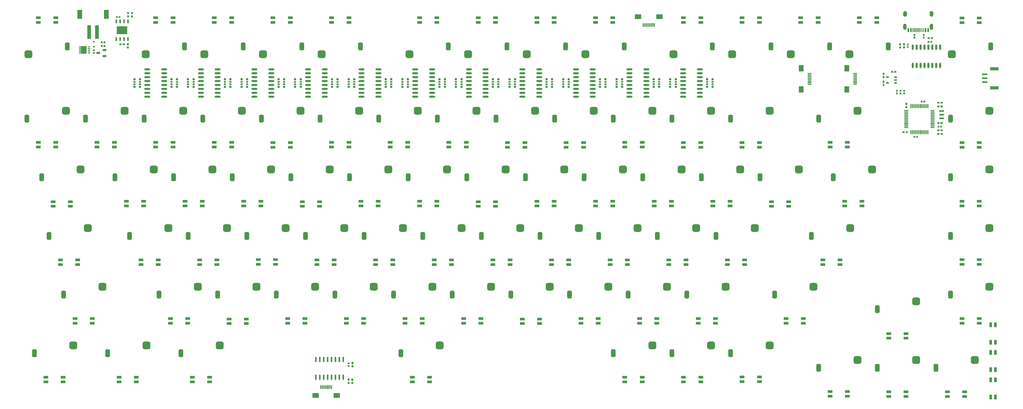
<source format=gbr>
%TF.GenerationSoftware,KiCad,Pcbnew,8.0.8*%
%TF.CreationDate,2025-06-28T21:49:14+08:00*%
%TF.ProjectId,KeyBoard,4b657942-6f61-4726-942e-6b696361645f,rev?*%
%TF.SameCoordinates,Original*%
%TF.FileFunction,Paste,Bot*%
%TF.FilePolarity,Positive*%
%FSLAX46Y46*%
G04 Gerber Fmt 4.6, Leading zero omitted, Abs format (unit mm)*
G04 Created by KiCad (PCBNEW 8.0.8) date 2025-06-28 21:49:14*
%MOMM*%
%LPD*%
G01*
G04 APERTURE LIST*
G04 Aperture macros list*
%AMRoundRect*
0 Rectangle with rounded corners*
0 $1 Rounding radius*
0 $2 $3 $4 $5 $6 $7 $8 $9 X,Y pos of 4 corners*
0 Add a 4 corners polygon primitive as box body*
4,1,4,$2,$3,$4,$5,$6,$7,$8,$9,$2,$3,0*
0 Add four circle primitives for the rounded corners*
1,1,$1+$1,$2,$3*
1,1,$1+$1,$4,$5*
1,1,$1+$1,$6,$7*
1,1,$1+$1,$8,$9*
0 Add four rect primitives between the rounded corners*
20,1,$1+$1,$2,$3,$4,$5,0*
20,1,$1+$1,$4,$5,$6,$7,0*
20,1,$1+$1,$6,$7,$8,$9,0*
20,1,$1+$1,$8,$9,$2,$3,0*%
G04 Aperture macros list end*
%ADD10C,0.000000*%
%ADD11R,1.500000X0.820000*%
%ADD12R,1.300000X0.300000*%
%ADD13R,1.600000X2.000000*%
%ADD14RoundRect,0.381000X0.381000X0.869000X-0.381000X0.869000X-0.381000X-0.869000X0.381000X-0.869000X0*%
%ADD15RoundRect,0.625000X0.650000X0.625000X-0.650000X0.625000X-0.650000X-0.625000X0.650000X-0.625000X0*%
%ADD16R,0.600000X0.600000*%
%ADD17O,1.971000X0.602000*%
%ADD18RoundRect,0.381000X-0.381000X-0.869000X0.381000X-0.869000X0.381000X0.869000X-0.381000X0.869000X0*%
%ADD19RoundRect,0.625000X-0.650000X-0.625000X0.650000X-0.625000X0.650000X0.625000X-0.650000X0.625000X0*%
%ADD20R,0.800000X0.650000*%
%ADD21R,0.800000X0.500000*%
%ADD22R,0.540000X0.565500*%
%ADD23R,0.790000X0.540000*%
%ADD24R,0.540000X0.790000*%
%ADD25R,0.820000X1.500000*%
%ADD26O,0.560000X1.745000*%
%ADD27R,0.565500X0.540000*%
%ADD28R,1.250000X0.700000*%
%ADD29R,0.700000X0.400000*%
%ADD30R,1.800000X2.480000*%
%ADD31R,1.200000X4.500000*%
%ADD32R,1.600000X3.000000*%
%ADD33O,0.599500X1.801000*%
%ADD34R,1.700000X0.600000*%
%ADD35R,2.800000X1.000000*%
%ADD36O,1.500000X0.270000*%
%ADD37O,0.270000X1.500000*%
%ADD38R,1.500000X0.500000*%
%ADD39R,0.899000X0.500500*%
%ADD40R,0.300000X1.300000*%
%ADD41R,2.000000X1.600000*%
%ADD42R,0.600000X1.200000*%
%ADD43R,3.500000X2.500000*%
%ADD44R,0.500500X1.300500*%
%ADD45R,0.279500X1.300500*%
G04 APERTURE END LIST*
D10*
%TO.C,R36*%
G36*
X332370000Y-15657500D02*
G01*
X332370000Y-16158000D01*
X332330000Y-16198000D01*
X331870000Y-16198000D01*
X331830000Y-16158000D01*
X331830000Y-15657500D01*
X331870000Y-15617500D01*
X332330000Y-15617500D01*
X332370000Y-15657500D01*
G37*
G36*
X332370000Y-16508000D02*
G01*
X332370000Y-17008500D01*
X332330000Y-17048500D01*
X331870000Y-17048500D01*
X331830000Y-17008500D01*
X331830000Y-16508000D01*
X331870000Y-16468000D01*
X332330000Y-16468000D01*
X332370000Y-16508000D01*
G37*
%TO.C,C16*%
G36*
X603594500Y-11691000D02*
G01*
X603594500Y-12141000D01*
X603524500Y-12191000D01*
X603044500Y-12191000D01*
X602994500Y-12141000D01*
X602994500Y-11691000D01*
X603044500Y-11641000D01*
X603524500Y-11641000D01*
X603594500Y-11691000D01*
G37*
G36*
X604554500Y-11691000D02*
G01*
X604554500Y-12141000D01*
X604504500Y-12191000D01*
X604024500Y-12191000D01*
X603954500Y-12141000D01*
X603954500Y-11691000D01*
X604024500Y-11641000D01*
X604504500Y-11641000D01*
X604554500Y-11691000D01*
G37*
%TO.C,C17*%
G36*
X344750000Y-3625000D02*
G01*
X344750000Y-4105000D01*
X344700000Y-4175000D01*
X344250000Y-4175000D01*
X344200000Y-4105000D01*
X344200000Y-3625000D01*
X344250000Y-3575000D01*
X344700000Y-3575000D01*
X344750000Y-3625000D01*
G37*
G36*
X344750000Y-4605000D02*
G01*
X344750000Y-5085000D01*
X344700000Y-5135000D01*
X344250000Y-5135000D01*
X344200000Y-5085000D01*
X344200000Y-4605000D01*
X344250000Y-4535000D01*
X344700000Y-4535000D01*
X344750000Y-4605000D01*
G37*
%TO.C,C11*%
G36*
X606725000Y-33925000D02*
G01*
X606725000Y-34375000D01*
X606655000Y-34425000D01*
X606175000Y-34425000D01*
X606125000Y-34375000D01*
X606125000Y-33925000D01*
X606175000Y-33875000D01*
X606655000Y-33875000D01*
X606725000Y-33925000D01*
G37*
G36*
X607685000Y-33925000D02*
G01*
X607685000Y-34375000D01*
X607635000Y-34425000D01*
X607155000Y-34425000D01*
X607085000Y-34375000D01*
X607085000Y-33925000D01*
X607155000Y-33875000D01*
X607635000Y-33875000D01*
X607685000Y-33925000D01*
G37*
%TO.C,C15*%
G36*
X595504500Y-13736000D02*
G01*
X595504500Y-14216000D01*
X595454500Y-14286000D01*
X595004500Y-14286000D01*
X594954500Y-14216000D01*
X594954500Y-13736000D01*
X595004500Y-13686000D01*
X595454500Y-13686000D01*
X595504500Y-13736000D01*
G37*
G36*
X595504500Y-14716000D02*
G01*
X595504500Y-15196000D01*
X595454500Y-15246000D01*
X595004500Y-15246000D01*
X594954500Y-15196000D01*
X594954500Y-14716000D01*
X595004500Y-14646000D01*
X595454500Y-14646000D01*
X595504500Y-14716000D01*
G37*
%TO.C,R26*%
G36*
X594370000Y-28841500D02*
G01*
X594370000Y-29342000D01*
X594330000Y-29382000D01*
X593870000Y-29382000D01*
X593830000Y-29342000D01*
X593830000Y-28841500D01*
X593870000Y-28801500D01*
X594330000Y-28801500D01*
X594370000Y-28841500D01*
G37*
G36*
X594370000Y-29692000D02*
G01*
X594370000Y-30192500D01*
X594330000Y-30232500D01*
X593870000Y-30232500D01*
X593830000Y-30192500D01*
X593830000Y-29692000D01*
X593870000Y-29652000D01*
X594330000Y-29652000D01*
X594370000Y-29692000D01*
G37*
%TO.C,R32*%
G36*
X596749500Y-13757500D02*
G01*
X596749500Y-14258000D01*
X596709500Y-14298000D01*
X596249500Y-14298000D01*
X596209500Y-14258000D01*
X596209500Y-13757500D01*
X596249500Y-13717500D01*
X596709500Y-13717500D01*
X596749500Y-13757500D01*
G37*
G36*
X596749500Y-14608000D02*
G01*
X596749500Y-15108500D01*
X596709500Y-15148500D01*
X596249500Y-15148500D01*
X596209500Y-15108500D01*
X596209500Y-14608000D01*
X596249500Y-14568000D01*
X596709500Y-14568000D01*
X596749500Y-14608000D01*
G37*
%TO.C,C9*%
G36*
X606765000Y-41675000D02*
G01*
X606765000Y-42125000D01*
X606695000Y-42175000D01*
X606215000Y-42175000D01*
X606165000Y-42125000D01*
X606165000Y-41675000D01*
X606215000Y-41625000D01*
X606695000Y-41625000D01*
X606765000Y-41675000D01*
G37*
G36*
X607725000Y-41675000D02*
G01*
X607725000Y-42125000D01*
X607675000Y-42175000D01*
X607195000Y-42175000D01*
X607125000Y-42125000D01*
X607125000Y-41675000D01*
X607195000Y-41625000D01*
X607675000Y-41625000D01*
X607725000Y-41675000D01*
G37*
%TO.C,R33*%
G36*
X603527500Y-12936000D02*
G01*
X603527500Y-13396000D01*
X603487500Y-13436000D01*
X602987000Y-13436000D01*
X602947000Y-13396000D01*
X602947000Y-12936000D01*
X602987000Y-12896000D01*
X603487500Y-12896000D01*
X603527500Y-12936000D01*
G37*
G36*
X604378000Y-12936000D02*
G01*
X604378000Y-13396000D01*
X604338000Y-13436000D01*
X603837500Y-13436000D01*
X603797500Y-13396000D01*
X603797500Y-12936000D01*
X603837500Y-12896000D01*
X604338000Y-12896000D01*
X604378000Y-12936000D01*
G37*
%TO.C,R25*%
G36*
X593170000Y-28824500D02*
G01*
X593170000Y-29325000D01*
X593130000Y-29365000D01*
X592670000Y-29365000D01*
X592630000Y-29325000D01*
X592630000Y-28824500D01*
X592670000Y-28784500D01*
X593130000Y-28784500D01*
X593170000Y-28824500D01*
G37*
G36*
X593170000Y-29675000D02*
G01*
X593170000Y-30175500D01*
X593130000Y-30215500D01*
X592670000Y-30215500D01*
X592630000Y-30175500D01*
X592630000Y-29675000D01*
X592670000Y-29635000D01*
X593130000Y-29635000D01*
X593170000Y-29675000D01*
G37*
%TO.C,Q1*%
G36*
X330900000Y-15016000D02*
G01*
X330200000Y-15016000D01*
X330200000Y-14616000D01*
X330900000Y-14616000D01*
X330900000Y-15016000D01*
G37*
G36*
X330900000Y-15666000D02*
G01*
X330200000Y-15666000D01*
X330200000Y-15266000D01*
X330900000Y-15266000D01*
X330900000Y-15666000D01*
G37*
G36*
X330900000Y-16316000D02*
G01*
X330200000Y-16316000D01*
X330200000Y-15916000D01*
X330900000Y-15916000D01*
X330900000Y-16316000D01*
G37*
G36*
X330900000Y-16966000D02*
G01*
X330200000Y-16966000D01*
X330200000Y-16566000D01*
X330900000Y-16566000D01*
X330900000Y-16966000D01*
G37*
G36*
X329680000Y-17031000D02*
G01*
X327880000Y-17031000D01*
X327880000Y-16966000D01*
X327230000Y-16966000D01*
X327230000Y-16566000D01*
X327880000Y-16566000D01*
X327880000Y-16316000D01*
X327230000Y-16316000D01*
X327230000Y-15916000D01*
X327880000Y-15916000D01*
X327880000Y-15666000D01*
X327230000Y-15666000D01*
X327230000Y-15266000D01*
X327880000Y-15266000D01*
X327880000Y-15016000D01*
X327230000Y-15016000D01*
X327230000Y-14616000D01*
X327880000Y-14616000D01*
X327880000Y-14551000D01*
X329680000Y-14551000D01*
X329680000Y-17031000D01*
G37*
%TO.C,C7*%
G36*
X606715000Y-39275000D02*
G01*
X606715000Y-39725000D01*
X606645000Y-39775000D01*
X606165000Y-39775000D01*
X606115000Y-39725000D01*
X606115000Y-39275000D01*
X606165000Y-39225000D01*
X606645000Y-39225000D01*
X606715000Y-39275000D01*
G37*
G36*
X607675000Y-39275000D02*
G01*
X607675000Y-39725000D01*
X607625000Y-39775000D01*
X607145000Y-39775000D01*
X607075000Y-39725000D01*
X607075000Y-39275000D01*
X607145000Y-39225000D01*
X607625000Y-39225000D01*
X607675000Y-39275000D01*
G37*
%TO.C,C6*%
G36*
X588875000Y-25915000D02*
G01*
X588875000Y-26395000D01*
X588825000Y-26465000D01*
X588375000Y-26465000D01*
X588325000Y-26395000D01*
X588325000Y-25915000D01*
X588375000Y-25865000D01*
X588825000Y-25865000D01*
X588875000Y-25915000D01*
G37*
G36*
X588875000Y-26895000D02*
G01*
X588875000Y-27375000D01*
X588825000Y-27425000D01*
X588375000Y-27425000D01*
X588325000Y-27375000D01*
X588325000Y-26895000D01*
X588375000Y-26825000D01*
X588825000Y-26825000D01*
X588875000Y-26895000D01*
G37*
%TO.C,R23*%
G36*
X415093625Y-117345500D02*
G01*
X415093625Y-117846000D01*
X415053625Y-117886000D01*
X414593625Y-117886000D01*
X414553625Y-117846000D01*
X414553625Y-117345500D01*
X414593625Y-117305500D01*
X415053625Y-117305500D01*
X415093625Y-117345500D01*
G37*
G36*
X415093625Y-118196000D02*
G01*
X415093625Y-118696500D01*
X415053625Y-118736500D01*
X414593625Y-118736500D01*
X414553625Y-118696500D01*
X414553625Y-118196000D01*
X414593625Y-118156000D01*
X415053625Y-118156000D01*
X415093625Y-118196000D01*
G37*
%TO.C,C20*%
G36*
X341045000Y-13725000D02*
G01*
X341045000Y-14175000D01*
X340975000Y-14225000D01*
X340495000Y-14225000D01*
X340445000Y-14175000D01*
X340445000Y-13725000D01*
X340495000Y-13675000D01*
X340975000Y-13675000D01*
X341045000Y-13725000D01*
G37*
G36*
X342005000Y-13725000D02*
G01*
X342005000Y-14175000D01*
X341955000Y-14225000D01*
X341475000Y-14225000D01*
X341405000Y-14175000D01*
X341405000Y-13725000D01*
X341475000Y-13675000D01*
X341955000Y-13675000D01*
X342005000Y-13725000D01*
G37*
%TO.C,R27*%
G36*
X595570000Y-28857500D02*
G01*
X595570000Y-29358000D01*
X595530000Y-29398000D01*
X595070000Y-29398000D01*
X595030000Y-29358000D01*
X595030000Y-28857500D01*
X595070000Y-28817500D01*
X595530000Y-28817500D01*
X595570000Y-28857500D01*
G37*
G36*
X595570000Y-29708000D02*
G01*
X595570000Y-30208500D01*
X595530000Y-30248500D01*
X595070000Y-30248500D01*
X595030000Y-30208500D01*
X595030000Y-29708000D01*
X595070000Y-29668000D01*
X595530000Y-29668000D01*
X595570000Y-29708000D01*
G37*
%TO.C,C2*%
G36*
X416298625Y-122679000D02*
G01*
X416298625Y-123159000D01*
X416248625Y-123229000D01*
X415798625Y-123229000D01*
X415748625Y-123159000D01*
X415748625Y-122679000D01*
X415798625Y-122629000D01*
X416248625Y-122629000D01*
X416298625Y-122679000D01*
G37*
G36*
X416298625Y-123659000D02*
G01*
X416298625Y-124139000D01*
X416248625Y-124189000D01*
X415798625Y-124189000D01*
X415748625Y-124139000D01*
X415748625Y-123659000D01*
X415798625Y-123589000D01*
X416248625Y-123589000D01*
X416298625Y-123659000D01*
G37*
%TO.C,C1*%
G36*
X415098625Y-122669000D02*
G01*
X415098625Y-123149000D01*
X415048625Y-123219000D01*
X414598625Y-123219000D01*
X414548625Y-123149000D01*
X414548625Y-122669000D01*
X414598625Y-122619000D01*
X415048625Y-122619000D01*
X415098625Y-122669000D01*
G37*
G36*
X415098625Y-123649000D02*
G01*
X415098625Y-124129000D01*
X415048625Y-124179000D01*
X414598625Y-124179000D01*
X414548625Y-124129000D01*
X414548625Y-123649000D01*
X414598625Y-123579000D01*
X415048625Y-123579000D01*
X415098625Y-123649000D01*
G37*
%TO.C,C3*%
G36*
X416348625Y-117279000D02*
G01*
X416348625Y-117759000D01*
X416298625Y-117829000D01*
X415848625Y-117829000D01*
X415798625Y-117759000D01*
X415798625Y-117279000D01*
X415848625Y-117229000D01*
X416298625Y-117229000D01*
X416348625Y-117279000D01*
G37*
G36*
X416348625Y-118259000D02*
G01*
X416348625Y-118739000D01*
X416298625Y-118789000D01*
X415848625Y-118789000D01*
X415798625Y-118739000D01*
X415798625Y-118259000D01*
X415848625Y-118189000D01*
X416298625Y-118189000D01*
X416348625Y-118259000D01*
G37*
%TO.C,C18*%
G36*
X343450000Y-3625000D02*
G01*
X343450000Y-4105000D01*
X343400000Y-4175000D01*
X342950000Y-4175000D01*
X342900000Y-4105000D01*
X342900000Y-3625000D01*
X342950000Y-3575000D01*
X343400000Y-3575000D01*
X343450000Y-3625000D01*
G37*
G36*
X343450000Y-4605000D02*
G01*
X343450000Y-5085000D01*
X343400000Y-5135000D01*
X342950000Y-5135000D01*
X342900000Y-5085000D01*
X342900000Y-4605000D01*
X342950000Y-4535000D01*
X343400000Y-4535000D01*
X343450000Y-4605000D01*
G37*
%TO.C,C8*%
G36*
X606765000Y-42875000D02*
G01*
X606765000Y-43325000D01*
X606695000Y-43375000D01*
X606215000Y-43375000D01*
X606165000Y-43325000D01*
X606165000Y-42875000D01*
X606215000Y-42825000D01*
X606695000Y-42825000D01*
X606765000Y-42875000D01*
G37*
G36*
X607725000Y-42875000D02*
G01*
X607725000Y-43325000D01*
X607675000Y-43375000D01*
X607195000Y-43375000D01*
X607125000Y-43325000D01*
X607125000Y-42875000D01*
X607195000Y-42825000D01*
X607675000Y-42825000D01*
X607725000Y-42875000D01*
G37*
%TO.C,C19*%
G36*
X343400000Y-13715000D02*
G01*
X343400000Y-14195000D01*
X343350000Y-14265000D01*
X342900000Y-14265000D01*
X342850000Y-14195000D01*
X342850000Y-13715000D01*
X342900000Y-13665000D01*
X343350000Y-13665000D01*
X343400000Y-13715000D01*
G37*
G36*
X343400000Y-14695000D02*
G01*
X343400000Y-15175000D01*
X343350000Y-15225000D01*
X342900000Y-15225000D01*
X342850000Y-15175000D01*
X342850000Y-14695000D01*
X342900000Y-14625000D01*
X343350000Y-14625000D01*
X343400000Y-14695000D01*
G37*
%TO.C,C10*%
G36*
X595425000Y-42275000D02*
G01*
X595425000Y-42725000D01*
X595355000Y-42775000D01*
X594875000Y-42775000D01*
X594825000Y-42725000D01*
X594825000Y-42275000D01*
X594875000Y-42225000D01*
X595355000Y-42225000D01*
X595425000Y-42275000D01*
G37*
G36*
X596385000Y-42275000D02*
G01*
X596385000Y-42725000D01*
X596335000Y-42775000D01*
X595855000Y-42775000D01*
X595785000Y-42725000D01*
X595785000Y-42275000D01*
X595855000Y-42225000D01*
X596335000Y-42225000D01*
X596385000Y-42275000D01*
G37*
%TO.C,R28*%
G36*
X601298000Y-32320000D02*
G01*
X601298000Y-32780000D01*
X601258000Y-32820000D01*
X600757500Y-32820000D01*
X600717500Y-32780000D01*
X600717500Y-32320000D01*
X600757500Y-32280000D01*
X601258000Y-32280000D01*
X601298000Y-32320000D01*
G37*
G36*
X602148500Y-32320000D02*
G01*
X602148500Y-32780000D01*
X602108500Y-32820000D01*
X601608000Y-32820000D01*
X601568000Y-32780000D01*
X601568000Y-32320000D01*
X601608000Y-32280000D01*
X602108500Y-32280000D01*
X602148500Y-32320000D01*
G37*
%TO.C,R29*%
G36*
X598932000Y-43770000D02*
G01*
X598932000Y-44230000D01*
X598892000Y-44270000D01*
X598391500Y-44270000D01*
X598351500Y-44230000D01*
X598351500Y-43770000D01*
X598391500Y-43730000D01*
X598892000Y-43730000D01*
X598932000Y-43770000D01*
G37*
G36*
X599782500Y-43770000D02*
G01*
X599782500Y-44230000D01*
X599742500Y-44270000D01*
X599242000Y-44270000D01*
X599202000Y-44230000D01*
X599202000Y-43770000D01*
X599242000Y-43730000D01*
X599742500Y-43730000D01*
X599782500Y-43770000D01*
G37*
%TO.C,C13*%
G36*
X596275000Y-33125000D02*
G01*
X596275000Y-33605000D01*
X596225000Y-33675000D01*
X595775000Y-33675000D01*
X595725000Y-33605000D01*
X595725000Y-33125000D01*
X595775000Y-33075000D01*
X596225000Y-33075000D01*
X596275000Y-33125000D01*
G37*
G36*
X596275000Y-34105000D02*
G01*
X596275000Y-34585000D01*
X596225000Y-34635000D01*
X595775000Y-34635000D01*
X595725000Y-34585000D01*
X595725000Y-34105000D01*
X595775000Y-34035000D01*
X596225000Y-34035000D01*
X596275000Y-34105000D01*
G37*
%TO.C,R37*%
G36*
X339840000Y-4870000D02*
G01*
X339840000Y-5330000D01*
X339800000Y-5370000D01*
X339299500Y-5370000D01*
X339259500Y-5330000D01*
X339259500Y-4870000D01*
X339299500Y-4830000D01*
X339800000Y-4830000D01*
X339840000Y-4870000D01*
G37*
G36*
X340690500Y-4870000D02*
G01*
X340690500Y-5330000D01*
X340650500Y-5370000D01*
X340150000Y-5370000D01*
X340110000Y-5330000D01*
X340110000Y-4870000D01*
X340150000Y-4830000D01*
X340650500Y-4830000D01*
X340690500Y-4870000D01*
G37*
%TO.C,R24*%
G36*
X606698000Y-40470000D02*
G01*
X606698000Y-40930000D01*
X606658000Y-40970000D01*
X606157500Y-40970000D01*
X606117500Y-40930000D01*
X606117500Y-40470000D01*
X606157500Y-40430000D01*
X606658000Y-40430000D01*
X606698000Y-40470000D01*
G37*
G36*
X607548500Y-40470000D02*
G01*
X607548500Y-40930000D01*
X607508500Y-40970000D01*
X607008000Y-40970000D01*
X606968000Y-40930000D01*
X606968000Y-40470000D01*
X607008000Y-40430000D01*
X607508500Y-40430000D01*
X607548500Y-40470000D01*
G37*
%TO.C,R35*%
G36*
X334932000Y-13086000D02*
G01*
X334932000Y-13546000D01*
X334892000Y-13586000D01*
X334391500Y-13586000D01*
X334351500Y-13546000D01*
X334351500Y-13086000D01*
X334391500Y-13046000D01*
X334892000Y-13046000D01*
X334932000Y-13086000D01*
G37*
G36*
X335782500Y-13086000D02*
G01*
X335782500Y-13546000D01*
X335742500Y-13586000D01*
X335242000Y-13586000D01*
X335202000Y-13546000D01*
X335202000Y-13086000D01*
X335242000Y-13046000D01*
X335742500Y-13046000D01*
X335782500Y-13086000D01*
G37*
%TO.C,R31*%
G36*
X598899500Y-10673500D02*
G01*
X598899500Y-11174000D01*
X598859500Y-11214000D01*
X598399500Y-11214000D01*
X598359500Y-11174000D01*
X598359500Y-10673500D01*
X598399500Y-10633500D01*
X598859500Y-10633500D01*
X598899500Y-10673500D01*
G37*
G36*
X598899500Y-11524000D02*
G01*
X598899500Y-12024500D01*
X598859500Y-12064500D01*
X598399500Y-12064500D01*
X598359500Y-12024500D01*
X598359500Y-11524000D01*
X598399500Y-11484000D01*
X598859500Y-11484000D01*
X598899500Y-11524000D01*
G37*
%TO.C,C4*%
G36*
X591725000Y-22675000D02*
G01*
X591725000Y-23125000D01*
X591655000Y-23175000D01*
X591175000Y-23175000D01*
X591125000Y-23125000D01*
X591125000Y-22675000D01*
X591175000Y-22625000D01*
X591655000Y-22625000D01*
X591725000Y-22675000D01*
G37*
G36*
X592685000Y-22675000D02*
G01*
X592685000Y-23125000D01*
X592635000Y-23175000D01*
X592155000Y-23175000D01*
X592085000Y-23125000D01*
X592085000Y-22675000D01*
X592155000Y-22625000D01*
X592635000Y-22625000D01*
X592685000Y-22675000D01*
G37*
%TO.C,USBC1*%
G36*
X596901000Y-9984000D02*
G01*
X596400500Y-9984000D01*
X596400500Y-8683500D01*
X596901000Y-8683500D01*
X596901000Y-9984000D01*
G37*
G36*
X597701000Y-9984000D02*
G01*
X597201000Y-9984000D01*
X597201000Y-8683500D01*
X597701000Y-8683500D01*
X597701000Y-9984000D01*
G37*
G36*
X598239500Y-9984000D02*
G01*
X597960000Y-9984000D01*
X597960000Y-8683500D01*
X598239500Y-8683500D01*
X598239500Y-9984000D01*
G37*
G36*
X598740000Y-9984000D02*
G01*
X598460500Y-9984000D01*
X598460500Y-8683500D01*
X598740000Y-8683500D01*
X598740000Y-9984000D01*
G37*
G36*
X599240500Y-9984000D02*
G01*
X598961000Y-9984000D01*
X598961000Y-8683500D01*
X599240500Y-8683500D01*
X599240500Y-9984000D01*
G37*
G36*
X599741000Y-9984000D02*
G01*
X599459000Y-9984000D01*
X599459000Y-8683500D01*
X599741000Y-8683500D01*
X599741000Y-9984000D01*
G37*
G36*
X600241000Y-9984000D02*
G01*
X599959000Y-9984000D01*
X599959000Y-8683500D01*
X600241000Y-8683500D01*
X600241000Y-9984000D01*
G37*
G36*
X600739000Y-9984000D02*
G01*
X600459500Y-9984000D01*
X600459500Y-8683500D01*
X600739000Y-8683500D01*
X600739000Y-9984000D01*
G37*
G36*
X601239500Y-9984000D02*
G01*
X600960000Y-9984000D01*
X600960000Y-8683500D01*
X601239500Y-8683500D01*
X601239500Y-9984000D01*
G37*
G36*
X601740000Y-9984000D02*
G01*
X601460500Y-9984000D01*
X601460500Y-8683500D01*
X601740000Y-8683500D01*
X601740000Y-9984000D01*
G37*
G36*
X602499000Y-9984000D02*
G01*
X601999000Y-9984000D01*
X601999000Y-8683500D01*
X602499000Y-8683500D01*
X602499000Y-9984000D01*
G37*
G36*
X603299500Y-9984000D02*
G01*
X602799000Y-9984000D01*
X602799000Y-8683500D01*
X603299500Y-8683500D01*
X603299500Y-9984000D01*
G37*
G36*
X595565000Y-7266500D02*
G01*
X595565000Y-7266500D01*
G75*
G02*
X596080500Y-7782000I0J-515500D01*
G01*
X596080500Y-7972500D01*
X596080500Y-8744500D01*
G75*
G02*
X595560000Y-9265500I-521400J400D01*
G01*
X595496500Y-9265500D01*
G75*
G02*
X594978500Y-8747000I-400J517600D01*
G01*
X594978500Y-8719500D01*
X594981000Y-7838000D01*
G75*
G02*
X595552500Y-7266500I571500J0D01*
G01*
X595565000Y-7266500D01*
G37*
G36*
X604206000Y-7266500D02*
G01*
X604206000Y-7266500D01*
G75*
G02*
X604719000Y-7782000I-600J-513600D01*
G01*
X604719000Y-7972500D01*
X604721500Y-8744500D01*
G75*
G02*
X604201000Y-9265500I-521400J400D01*
G01*
X604137500Y-9265500D01*
G75*
G02*
X603619500Y-8747000I-400J517600D01*
G01*
X603619500Y-8719500D01*
X603619500Y-7838000D01*
G75*
G02*
X604191000Y-7266500I571500J0D01*
G01*
X604206000Y-7266500D01*
G37*
G36*
X595659000Y-3169500D02*
G01*
X595687000Y-3174500D01*
X595717500Y-3182000D01*
X595745500Y-3187000D01*
X595776000Y-3197500D01*
X595804000Y-3207500D01*
X595831500Y-3217500D01*
X595857000Y-3233000D01*
X595885000Y-3245500D01*
X595910500Y-3261000D01*
X595933500Y-3278500D01*
X595958500Y-3296500D01*
X595981500Y-3316500D01*
X596002000Y-3337000D01*
X596025000Y-3357500D01*
X596042500Y-3380000D01*
X596063000Y-3403000D01*
X596080500Y-3428500D01*
X596096000Y-3454000D01*
X596111000Y-3479500D01*
X596124000Y-3504500D01*
X596136500Y-3532500D01*
X596146500Y-3560500D01*
X596157000Y-3588500D01*
X596164500Y-3619000D01*
X596172000Y-3647000D01*
X596177000Y-3677500D01*
X596182000Y-3705500D01*
X596182000Y-3736000D01*
X596185000Y-3766500D01*
X596185000Y-4365500D01*
X596182000Y-4396000D01*
X596182000Y-4426500D01*
X596177000Y-4454500D01*
X596172000Y-4485000D01*
X596164500Y-4513000D01*
X596157000Y-4543500D01*
X596146500Y-4571500D01*
X596136500Y-4599500D01*
X596124000Y-4627500D01*
X596111000Y-4653000D01*
X596096000Y-4678000D01*
X596080500Y-4703500D01*
X596063000Y-4729000D01*
X596042500Y-4752000D01*
X596025000Y-4774500D01*
X596002000Y-4795000D01*
X595981500Y-4815500D01*
X595958500Y-4835500D01*
X595933500Y-4853500D01*
X595910500Y-4868500D01*
X595885000Y-4886500D01*
X595857000Y-4899000D01*
X595831500Y-4912000D01*
X595804000Y-4924500D01*
X595776000Y-4934500D01*
X595745500Y-4942500D01*
X595717500Y-4950000D01*
X595687000Y-4957500D01*
X595659000Y-4960000D01*
X595628500Y-4965000D01*
X595598000Y-4965000D01*
X595570000Y-4965000D01*
X595539500Y-4965000D01*
X595509000Y-4960000D01*
X595478500Y-4957500D01*
X595450500Y-4950000D01*
X595420000Y-4942500D01*
X595392500Y-4934500D01*
X595364500Y-4924500D01*
X595336500Y-4912000D01*
X595311000Y-4899000D01*
X595283000Y-4886500D01*
X595257500Y-4868500D01*
X595235000Y-4853500D01*
X595209500Y-4835500D01*
X595186500Y-4815500D01*
X595166000Y-4795000D01*
X595143500Y-4774500D01*
X595125500Y-4752000D01*
X595105500Y-4729000D01*
X595087500Y-4703500D01*
X595072500Y-4678000D01*
X595057000Y-4653000D01*
X595044500Y-4627500D01*
X595031500Y-4599500D01*
X595019000Y-4571500D01*
X595011500Y-4543500D01*
X595003500Y-4513000D01*
X594996000Y-4485000D01*
X594991000Y-4454500D01*
X594986000Y-4426500D01*
X594986000Y-4396000D01*
X594983500Y-4365500D01*
X594983500Y-3766500D01*
X594986000Y-3736000D01*
X594986000Y-3705500D01*
X594991000Y-3677500D01*
X594996000Y-3647000D01*
X595003500Y-3619000D01*
X595011500Y-3588500D01*
X595019000Y-3560500D01*
X595031500Y-3532500D01*
X595044500Y-3504500D01*
X595057000Y-3479500D01*
X595072500Y-3454000D01*
X595087500Y-3428500D01*
X595105500Y-3403000D01*
X595125500Y-3380000D01*
X595143500Y-3357500D01*
X595166000Y-3337000D01*
X595186500Y-3316500D01*
X595209500Y-3296500D01*
X595235000Y-3278500D01*
X595257500Y-3261000D01*
X595283000Y-3245500D01*
X595311000Y-3233000D01*
X595336500Y-3217500D01*
X595364500Y-3207500D01*
X595392500Y-3197500D01*
X595420000Y-3187000D01*
X595450500Y-3182000D01*
X595478500Y-3174500D01*
X595509000Y-3169500D01*
X595539500Y-3167000D01*
X595570000Y-3167000D01*
X595598000Y-3167000D01*
X595628500Y-3167000D01*
X595659000Y-3169500D01*
G37*
G36*
X604244000Y-3169500D02*
G01*
X604274500Y-3174500D01*
X604302500Y-3182000D01*
X604333000Y-3187000D01*
X604361000Y-3197500D01*
X604389000Y-3207500D01*
X604417000Y-3220000D01*
X604445000Y-3233000D01*
X604470500Y-3245500D01*
X604495500Y-3261000D01*
X604521000Y-3278500D01*
X604544000Y-3296500D01*
X604567000Y-3316500D01*
X604589500Y-3337000D01*
X604610000Y-3357500D01*
X604630500Y-3380000D01*
X604648000Y-3403000D01*
X604666000Y-3428500D01*
X604681000Y-3454000D01*
X604696500Y-3479500D01*
X604711500Y-3504500D01*
X604721500Y-3532500D01*
X604734500Y-3560500D01*
X604744500Y-3588500D01*
X604752000Y-3619000D01*
X604757500Y-3647000D01*
X604762500Y-3677500D01*
X604767500Y-3705500D01*
X604770000Y-3736000D01*
X604770000Y-3766500D01*
X604770000Y-4365500D01*
X604770000Y-4396000D01*
X604767500Y-4426500D01*
X604762500Y-4454500D01*
X604757500Y-4485000D01*
X604752000Y-4513000D01*
X604744500Y-4543500D01*
X604734500Y-4571500D01*
X604721500Y-4599500D01*
X604711500Y-4627500D01*
X604696500Y-4653000D01*
X604681000Y-4678000D01*
X604666000Y-4703500D01*
X604648000Y-4729000D01*
X604630500Y-4752000D01*
X604610000Y-4774500D01*
X604589500Y-4795000D01*
X604567000Y-4815500D01*
X604544000Y-4835500D01*
X604521000Y-4853500D01*
X604495500Y-4868500D01*
X604470500Y-4886500D01*
X604445000Y-4899000D01*
X604417000Y-4912000D01*
X604389000Y-4924500D01*
X604361000Y-4934500D01*
X604333000Y-4942500D01*
X604302500Y-4950000D01*
X604274500Y-4957500D01*
X604244000Y-4960000D01*
X604213500Y-4965000D01*
X604186000Y-4965000D01*
X604155500Y-4965000D01*
X604125000Y-4965000D01*
X604094500Y-4960000D01*
X604066500Y-4957500D01*
X604036000Y-4950000D01*
X604008000Y-4942500D01*
X603980000Y-4934500D01*
X603952000Y-4924500D01*
X603924000Y-4912000D01*
X603896000Y-4899000D01*
X603871000Y-4886500D01*
X603845500Y-4868500D01*
X603820000Y-4853500D01*
X603797000Y-4835500D01*
X603774500Y-4815500D01*
X603751500Y-4795000D01*
X603731000Y-4774500D01*
X603711000Y-4752000D01*
X603693000Y-4729000D01*
X603675000Y-4703500D01*
X603657500Y-4678000D01*
X603642000Y-4653000D01*
X603629500Y-4627500D01*
X603617000Y-4599500D01*
X603606500Y-4571500D01*
X603596500Y-4543500D01*
X603589000Y-4513000D01*
X603581500Y-4485000D01*
X603576000Y-4454500D01*
X603573500Y-4426500D01*
X603571000Y-4396000D01*
X603571000Y-4365500D01*
X603571000Y-3766500D01*
X603571000Y-3736000D01*
X603573500Y-3705500D01*
X603576000Y-3677500D01*
X603581500Y-3647000D01*
X603589000Y-3619000D01*
X603596500Y-3588500D01*
X603606500Y-3560500D01*
X603617000Y-3532500D01*
X603629500Y-3504500D01*
X603642000Y-3479500D01*
X603657500Y-3454000D01*
X603675000Y-3428500D01*
X603693000Y-3403000D01*
X603711000Y-3380000D01*
X603731000Y-3357500D01*
X603751500Y-3337000D01*
X603774500Y-3316500D01*
X603797000Y-3296500D01*
X603820000Y-3278500D01*
X603845500Y-3261000D01*
X603871000Y-3245500D01*
X603896000Y-3233000D01*
X603924000Y-3220000D01*
X603952000Y-3207500D01*
X603980000Y-3197500D01*
X604008000Y-3187000D01*
X604036000Y-3182000D01*
X604066500Y-3174500D01*
X604094500Y-3169500D01*
X604125000Y-3167000D01*
X604155500Y-3167000D01*
X604186000Y-3167000D01*
X604213500Y-3167000D01*
X604244000Y-3169500D01*
G37*
%TO.C,R34*%
G36*
X334932000Y-14286000D02*
G01*
X334932000Y-14746000D01*
X334892000Y-14786000D01*
X334391500Y-14786000D01*
X334351500Y-14746000D01*
X334351500Y-14286000D01*
X334391500Y-14246000D01*
X334892000Y-14246000D01*
X334932000Y-14286000D01*
G37*
G36*
X335782500Y-14286000D02*
G01*
X335782500Y-14746000D01*
X335742500Y-14786000D01*
X335242000Y-14786000D01*
X335202000Y-14746000D01*
X335202000Y-14286000D01*
X335242000Y-14246000D01*
X335742500Y-14246000D01*
X335782500Y-14286000D01*
G37*
%TO.C,R30*%
G36*
X601899500Y-10673500D02*
G01*
X601899500Y-11174000D01*
X601859500Y-11214000D01*
X601399500Y-11214000D01*
X601359500Y-11174000D01*
X601359500Y-10673500D01*
X601399500Y-10633500D01*
X601859500Y-10633500D01*
X601899500Y-10673500D01*
G37*
G36*
X601899500Y-11524000D02*
G01*
X601899500Y-12024500D01*
X601859500Y-12064500D01*
X601399500Y-12064500D01*
X601359500Y-12024500D01*
X601359500Y-11524000D01*
X601399500Y-11484000D01*
X601859500Y-11484000D01*
X601899500Y-11524000D01*
G37*
%TO.C,C14*%
G36*
X594254500Y-13746000D02*
G01*
X594254500Y-14226000D01*
X594204500Y-14296000D01*
X593754500Y-14296000D01*
X593704500Y-14226000D01*
X593704500Y-13746000D01*
X593754500Y-13696000D01*
X594204500Y-13696000D01*
X594254500Y-13746000D01*
G37*
G36*
X594254500Y-14726000D02*
G01*
X594254500Y-15206000D01*
X594204500Y-15256000D01*
X593754500Y-15256000D01*
X593704500Y-15206000D01*
X593704500Y-14726000D01*
X593754500Y-14656000D01*
X594204500Y-14656000D01*
X594254500Y-14726000D01*
G37*
%TO.C,C12*%
G36*
X606725000Y-32725000D02*
G01*
X606725000Y-33175000D01*
X606655000Y-33225000D01*
X606175000Y-33225000D01*
X606125000Y-33175000D01*
X606125000Y-32725000D01*
X606175000Y-32675000D01*
X606655000Y-32675000D01*
X606725000Y-32725000D01*
G37*
G36*
X607685000Y-32725000D02*
G01*
X607685000Y-33175000D01*
X607635000Y-33225000D01*
X607155000Y-33225000D01*
X607085000Y-33175000D01*
X607085000Y-32725000D01*
X607155000Y-32675000D01*
X607635000Y-32675000D01*
X607685000Y-32725000D01*
G37*
%TO.C,C5*%
G36*
X588875000Y-23325000D02*
G01*
X588875000Y-23805000D01*
X588825000Y-23875000D01*
X588375000Y-23875000D01*
X588325000Y-23805000D01*
X588325000Y-23325000D01*
X588375000Y-23275000D01*
X588825000Y-23275000D01*
X588875000Y-23325000D01*
G37*
G36*
X588875000Y-24305000D02*
G01*
X588875000Y-24785000D01*
X588825000Y-24835000D01*
X588375000Y-24835000D01*
X588325000Y-24785000D01*
X588325000Y-24305000D01*
X588375000Y-24235000D01*
X588825000Y-24235000D01*
X588875000Y-24305000D01*
G37*
%TD*%
D11*
%TO.C,LED79*%
X435504300Y-122100280D03*
X435504300Y-123600280D03*
X441104300Y-123600280D03*
X441104300Y-122100280D03*
%TD*%
D12*
%TO.C,FPC4*%
X579340000Y-23450000D03*
X579338500Y-23948000D03*
X579340000Y-24450000D03*
X579340000Y-24950000D03*
X579340000Y-25450000D03*
X579340000Y-25950000D03*
X579340000Y-26450000D03*
X579340000Y-26950000D03*
D13*
X576660000Y-28650000D03*
X576660000Y-21750000D03*
%TD*%
D14*
%TO.C,KEY42*%
X419871150Y-76209600D03*
D15*
X432495650Y-73669600D03*
%TD*%
D16*
%TO.C,D1*%
X332100000Y-13116000D03*
X332100000Y-14716000D03*
%TD*%
D17*
%TO.C,U5*%
X459330168Y-22105000D03*
X459330168Y-23375000D03*
X459330168Y-24645000D03*
X459330168Y-25915000D03*
X459330168Y-27185000D03*
X459330168Y-28455000D03*
X459330168Y-29725000D03*
X459330168Y-30995000D03*
X453859168Y-30995000D03*
X453859168Y-29725000D03*
X453859168Y-28455000D03*
X453859168Y-27185000D03*
X453859168Y-25915000D03*
X453859168Y-24645000D03*
X453859168Y-23375000D03*
X453859168Y-22105000D03*
%TD*%
D18*
%TO.C,KEY10*%
X551990300Y-14614400D03*
D19*
X539365800Y-17154400D03*
%TD*%
D14*
%TO.C,KEY3*%
X610371150Y-38109600D03*
D15*
X622995650Y-35569600D03*
%TD*%
D18*
%TO.C,KEY47*%
X399590275Y-14614400D03*
D19*
X386965775Y-17154400D03*
%TD*%
D20*
%TO.C,R15*%
X409462334Y-27748491D03*
D21*
X409462334Y-26948491D03*
X409462334Y-26148491D03*
D20*
X409462334Y-25348491D03*
X411262334Y-25348491D03*
D21*
X411262334Y-26148491D03*
X411262334Y-26948491D03*
D20*
X411262334Y-27748491D03*
%TD*%
%TO.C,R9*%
X461694668Y-27749352D03*
D21*
X461694668Y-26949352D03*
X461694668Y-26149352D03*
D20*
X461694668Y-25349352D03*
X463494668Y-25349352D03*
D21*
X463494668Y-26149352D03*
X463494668Y-26949352D03*
D20*
X463494668Y-27749352D03*
%TD*%
D14*
%TO.C,KEY77*%
X586558150Y-100022300D03*
D15*
X599182650Y-97482300D03*
%TD*%
D11*
%TO.C,LED54*%
X404549500Y-84000200D03*
X404549500Y-85500200D03*
X410149500Y-85500200D03*
X410149500Y-84000200D03*
%TD*%
D17*
%TO.C,U3*%
X494151724Y-22105000D03*
X494151724Y-23375000D03*
X494151724Y-24645000D03*
X494151724Y-25915000D03*
X494151724Y-27185000D03*
X494151724Y-28455000D03*
X494151724Y-29725000D03*
X494151724Y-30995000D03*
X488680724Y-30995000D03*
X488680724Y-29725000D03*
X488680724Y-28455000D03*
X488680724Y-27185000D03*
X488680724Y-25915000D03*
X488680724Y-24645000D03*
X488680724Y-23375000D03*
X488680724Y-22105000D03*
%TD*%
D14*
%TO.C,KEY76*%
X505596150Y-95259800D03*
D15*
X518220650Y-92719800D03*
%TD*%
D14*
%TO.C,KEY53*%
X391295650Y-95259800D03*
D15*
X403920150Y-92719800D03*
%TD*%
D11*
%TO.C,LED78*%
X504562300Y-122100280D03*
X504562300Y-123600280D03*
X510162300Y-123600280D03*
X510162300Y-122100280D03*
%TD*%
D17*
%TO.C,U6*%
X441919390Y-22105000D03*
X441919390Y-23375000D03*
X441919390Y-24645000D03*
X441919390Y-25915000D03*
X441919390Y-27185000D03*
X441919390Y-28455000D03*
X441919390Y-29725000D03*
X441919390Y-30995000D03*
X436448390Y-30995000D03*
X436448390Y-29725000D03*
X436448390Y-28455000D03*
X436448390Y-27185000D03*
X436448390Y-25915000D03*
X436448390Y-24645000D03*
X436448390Y-23375000D03*
X436448390Y-22105000D03*
%TD*%
D22*
%TO.C,R36*%
X332100000Y-15900000D03*
X332100000Y-16766000D03*
%TD*%
D23*
%TO.C,C16*%
X603229500Y-11916000D03*
X604319500Y-11916000D03*
%TD*%
D24*
%TO.C,C17*%
X344475000Y-3810000D03*
X344475000Y-4900000D03*
%TD*%
D11*
%TO.C,LED64*%
X438724300Y-104550300D03*
X438724300Y-103050300D03*
X433124300Y-103050300D03*
X433124300Y-104550300D03*
%TD*%
D23*
%TO.C,C11*%
X606360000Y-34150000D03*
X607450000Y-34150000D03*
%TD*%
D14*
%TO.C,KEY61*%
X353195650Y-95259800D03*
D15*
X365820150Y-92719800D03*
%TD*%
D11*
%TO.C,LED30*%
X324424460Y-66565200D03*
X324424460Y-65065200D03*
X318824460Y-65065200D03*
X318824460Y-66565200D03*
%TD*%
%TO.C,LED77*%
X523612300Y-122100280D03*
X523612300Y-123600280D03*
X529212300Y-123600280D03*
X529212300Y-122100280D03*
%TD*%
D14*
%TO.C,KEY13*%
X567508150Y-38109600D03*
D15*
X580132650Y-35569600D03*
%TD*%
D20*
%TO.C,R22*%
X347050000Y-25347625D03*
D21*
X347050000Y-26147625D03*
X347050000Y-26947625D03*
D20*
X347050000Y-27747625D03*
X345250000Y-27747625D03*
D21*
X345250000Y-26947625D03*
X345250000Y-26147625D03*
D20*
X345250000Y-25347625D03*
%TD*%
D18*
%TO.C,KEY45*%
X361490275Y-14614400D03*
D19*
X348865775Y-17154400D03*
%TD*%
D11*
%TO.C,LED41*%
X538737300Y-66450200D03*
X538737300Y-64950200D03*
X533137300Y-64950200D03*
X533137300Y-66450200D03*
%TD*%
%TO.C,LED20*%
X485512300Y-45900200D03*
X485512300Y-47400200D03*
X491112300Y-47400200D03*
X491112300Y-45900200D03*
%TD*%
%TO.C,LED35*%
X424437300Y-66450200D03*
X424437300Y-64950200D03*
X418837300Y-64950200D03*
X418837300Y-66450200D03*
%TD*%
D25*
%TO.C,LED83*%
X623400000Y-110700000D03*
X624900000Y-110700000D03*
X624900000Y-105100000D03*
X623400000Y-105100000D03*
%TD*%
D14*
%TO.C,KEY35*%
X467496150Y-95259800D03*
D15*
X480120650Y-92719800D03*
%TD*%
D11*
%TO.C,LED53*%
X423599300Y-84000200D03*
X423599300Y-85500200D03*
X429199300Y-85500200D03*
X429199300Y-84000200D03*
%TD*%
D24*
%TO.C,C15*%
X595229500Y-15011000D03*
X595229500Y-13921000D03*
%TD*%
D20*
%TO.C,R19*%
X374640778Y-27747417D03*
D21*
X374640778Y-26947417D03*
X374640778Y-26147417D03*
D20*
X374640778Y-25347417D03*
X376440778Y-25347417D03*
D21*
X376440778Y-26147417D03*
X376440778Y-26947417D03*
D20*
X376440778Y-27747417D03*
%TD*%
D22*
%TO.C,R26*%
X594100000Y-29950000D03*
X594100000Y-29084000D03*
%TD*%
D18*
%TO.C,KEY4*%
X623427575Y-14614400D03*
D19*
X610803075Y-17154400D03*
%TD*%
D14*
%TO.C,KEY34*%
X477021150Y-76209600D03*
D15*
X489645650Y-73669600D03*
%TD*%
D18*
%TO.C,KEY28*%
X504365300Y-14614400D03*
D19*
X491740800Y-17154400D03*
%TD*%
D11*
%TO.C,LED10*%
X529212300Y-6825900D03*
X529212300Y-5325900D03*
X523612300Y-5325900D03*
X523612300Y-6825900D03*
%TD*%
D14*
%TO.C,KEY59*%
X377008150Y-57159600D03*
D15*
X389632650Y-54619600D03*
%TD*%
D14*
%TO.C,KEY64*%
X348433150Y-38109600D03*
D15*
X361057650Y-35569600D03*
%TD*%
D22*
%TO.C,R32*%
X596479500Y-14866000D03*
X596479500Y-14000000D03*
%TD*%
D20*
%TO.C,R16*%
X399262334Y-25348341D03*
D21*
X399262334Y-26148341D03*
X399262334Y-26948341D03*
D20*
X399262334Y-27748341D03*
X397462334Y-27748341D03*
D21*
X397462334Y-26948341D03*
X397462334Y-26148341D03*
D20*
X397462334Y-25348341D03*
%TD*%
D14*
%TO.C,KEY5*%
X610371150Y-95259800D03*
D15*
X622995650Y-92719800D03*
%TD*%
D14*
%TO.C,KEY73*%
X431777150Y-114309780D03*
D15*
X444401650Y-111769780D03*
%TD*%
D14*
%TO.C,KEY63*%
X357958150Y-57159600D03*
D15*
X370582650Y-54619600D03*
%TD*%
D11*
%TO.C,LED46*%
X568854300Y-84000200D03*
X568854300Y-85500200D03*
X574454300Y-85500200D03*
X574454300Y-84000200D03*
%TD*%
%TO.C,LED59*%
X331568200Y-104550300D03*
X331568200Y-103050300D03*
X325968200Y-103050300D03*
X325968200Y-104550300D03*
%TD*%
D14*
%TO.C,KEY29*%
X481783150Y-38109600D03*
D15*
X494407650Y-35569600D03*
%TD*%
D14*
%TO.C,KEY41*%
X429396150Y-95259800D03*
D15*
X442020650Y-92719800D03*
%TD*%
D14*
%TO.C,KEY49*%
X410346150Y-95259800D03*
D15*
X422970650Y-92719800D03*
%TD*%
D11*
%TO.C,LED71*%
X595887300Y-109426400D03*
X595887300Y-107926400D03*
X590287300Y-107926400D03*
X590287300Y-109426400D03*
%TD*%
D26*
%TO.C,U12*%
X413113625Y-122045000D03*
X411843625Y-122045000D03*
X410573625Y-122045000D03*
X409303625Y-122045000D03*
X408033625Y-122045000D03*
X406763625Y-122045000D03*
X405493625Y-122045000D03*
X404223625Y-122045000D03*
X404223625Y-116300000D03*
X405493625Y-116300000D03*
X406763625Y-116300000D03*
X408033625Y-116300000D03*
X409303625Y-116300000D03*
X410573625Y-116300000D03*
X411843625Y-116300000D03*
X413113625Y-116300000D03*
%TD*%
D17*
%TO.C,U4*%
X476740946Y-22105000D03*
X476740946Y-23375000D03*
X476740946Y-24645000D03*
X476740946Y-25915000D03*
X476740946Y-27185000D03*
X476740946Y-28455000D03*
X476740946Y-29725000D03*
X476740946Y-30995000D03*
X471269946Y-30995000D03*
X471269946Y-29725000D03*
X471269946Y-28455000D03*
X471269946Y-27185000D03*
X471269946Y-25915000D03*
X471269946Y-24645000D03*
X471269946Y-23375000D03*
X471269946Y-22105000D03*
%TD*%
D11*
%TO.C,LED5*%
X414910600Y-6825900D03*
X414910600Y-5325900D03*
X409310600Y-5325900D03*
X409310600Y-6825900D03*
%TD*%
D23*
%TO.C,C9*%
X606400000Y-41900000D03*
X607490000Y-41900000D03*
%TD*%
D27*
%TO.C,R33*%
X603229500Y-13166000D03*
X604095500Y-13166000D03*
%TD*%
D11*
%TO.C,LED52*%
X442649300Y-84000200D03*
X442649300Y-85500200D03*
X448249300Y-85500200D03*
X448249300Y-84000200D03*
%TD*%
D14*
%TO.C,KEY54*%
X381770650Y-76209600D03*
D15*
X394395150Y-73669600D03*
%TD*%
D14*
%TO.C,KEY2*%
X610371150Y-57159600D03*
D15*
X622995650Y-54619600D03*
%TD*%
D20*
%TO.C,R10*%
X451494668Y-25349052D03*
D21*
X451494668Y-26149052D03*
X451494668Y-26949052D03*
D20*
X451494668Y-27749052D03*
X449694668Y-27749052D03*
D21*
X449694668Y-26949052D03*
X449694668Y-26149052D03*
D20*
X449694668Y-25349052D03*
%TD*%
D14*
%TO.C,KEY24*%
X496071150Y-76209600D03*
D15*
X508695650Y-73669600D03*
%TD*%
D11*
%TO.C,LED57*%
X347399500Y-84000200D03*
X347399500Y-85500200D03*
X352999500Y-85500200D03*
X352999500Y-84000200D03*
%TD*%
D22*
%TO.C,R25*%
X592900000Y-29933000D03*
X592900000Y-29067000D03*
%TD*%
D14*
%TO.C,KEY69*%
X360339450Y-114309780D03*
D15*
X372963950Y-111769780D03*
%TD*%
D14*
%TO.C,KEY71*%
X312714550Y-114309780D03*
D15*
X325339050Y-111769780D03*
%TD*%
D28*
%TO.C,Q2*%
X335515000Y-15838750D03*
X335515000Y-17738750D03*
X333515000Y-16788750D03*
%TD*%
D11*
%TO.C,LED33*%
X386337000Y-66450200D03*
X386337000Y-64950200D03*
X380737000Y-64950200D03*
X380737000Y-66450200D03*
%TD*%
D12*
%TO.C,FPC3*%
X564540000Y-23450000D03*
X564538500Y-23948000D03*
X564540000Y-24450000D03*
X564540000Y-24950000D03*
X564540000Y-25450000D03*
X564540000Y-25950000D03*
X564540000Y-26450000D03*
X564540000Y-26950000D03*
D13*
X561860000Y-28650000D03*
X561860000Y-21750000D03*
%TD*%
D14*
%TO.C,KEY1*%
X610371150Y-76209600D03*
D15*
X622995650Y-73669600D03*
%TD*%
D11*
%TO.C,LED36*%
X443487300Y-66450200D03*
X443487300Y-64950200D03*
X437887300Y-64950200D03*
X437887300Y-66450200D03*
%TD*%
D29*
%TO.C,Q1*%
X330550000Y-14816000D03*
X330550000Y-15466000D03*
X330550000Y-16116000D03*
X330550000Y-16766000D03*
X327580000Y-16766000D03*
X327580000Y-16116000D03*
X327580000Y-15466000D03*
X327580000Y-14816000D03*
D30*
X328780000Y-15791000D03*
%TD*%
D20*
%TO.C,R3*%
X513887002Y-27749713D03*
D21*
X513887002Y-26949713D03*
X513887002Y-26149713D03*
D20*
X513887002Y-25349713D03*
X515687002Y-25349713D03*
D21*
X515687002Y-26149713D03*
X515687002Y-26949713D03*
D20*
X515687002Y-27749713D03*
%TD*%
D14*
%TO.C,KEY81*%
X338908150Y-57159600D03*
D15*
X351532650Y-54619600D03*
%TD*%
D14*
%TO.C,KEY62*%
X343670650Y-76209600D03*
D15*
X356295150Y-73669600D03*
%TD*%
D25*
%TO.C,LED85*%
X623400000Y-128500000D03*
X624900000Y-128500000D03*
X624900000Y-122900000D03*
X623400000Y-122900000D03*
%TD*%
D23*
%TO.C,C7*%
X607440000Y-39500000D03*
X606350000Y-39500000D03*
%TD*%
D14*
%TO.C,KEY66*%
X315095850Y-57159600D03*
D15*
X327720350Y-54619600D03*
%TD*%
D31*
%TO.C,U16*%
X330550000Y-9975000D03*
X333050000Y-9975000D03*
D32*
X336150000Y-4225000D03*
X327450000Y-4225000D03*
%TD*%
D11*
%TO.C,LED21*%
X466462300Y-45900200D03*
X466462300Y-47400200D03*
X472062300Y-47400200D03*
X472062300Y-45900200D03*
%TD*%
%TO.C,LED18*%
X523612300Y-45900200D03*
X523612300Y-47400200D03*
X529212300Y-47400200D03*
X529212300Y-45900200D03*
%TD*%
%TO.C,LED11*%
X548262300Y-6825900D03*
X548262300Y-5325900D03*
X542662300Y-5325900D03*
X542662300Y-6825900D03*
%TD*%
D14*
%TO.C,KEY15*%
X519883150Y-38109600D03*
D15*
X532507650Y-35569600D03*
%TD*%
D17*
%TO.C,U1*%
X528933280Y-22105000D03*
X528933280Y-23375000D03*
X528933280Y-24645000D03*
X528933280Y-25915000D03*
X528933280Y-27185000D03*
X528933280Y-28455000D03*
X528933280Y-29725000D03*
X528933280Y-30995000D03*
X523462280Y-30995000D03*
X523462280Y-29725000D03*
X523462280Y-28455000D03*
X523462280Y-27185000D03*
X523462280Y-25915000D03*
X523462280Y-24645000D03*
X523462280Y-23375000D03*
X523462280Y-22105000D03*
%TD*%
D14*
%TO.C,KEY30*%
X491308150Y-57159600D03*
D15*
X503932650Y-54619600D03*
%TD*%
D33*
%TO.C,U15*%
X607009500Y-20810000D03*
X605739500Y-20810000D03*
X604469500Y-20810000D03*
X603199500Y-20810000D03*
X601929500Y-20810000D03*
X600659500Y-20810000D03*
X599389500Y-20810000D03*
X598119500Y-20810000D03*
X598119500Y-14866000D03*
X599389500Y-14866000D03*
X600659500Y-14866000D03*
X601929500Y-14866000D03*
X603199500Y-14866000D03*
X604469500Y-14866000D03*
X605739500Y-14866000D03*
X607009500Y-14866000D03*
%TD*%
D20*
%TO.C,R4*%
X503707002Y-25349763D03*
D21*
X503707002Y-26149763D03*
X503707002Y-26949763D03*
D20*
X503707002Y-27749763D03*
X501907002Y-27749763D03*
D21*
X501907002Y-26949763D03*
X501907002Y-26149763D03*
D20*
X501907002Y-25349763D03*
%TD*%
D24*
%TO.C,C6*%
X588600000Y-26100000D03*
X588600000Y-27190000D03*
%TD*%
D20*
%TO.C,R5*%
X496496224Y-27749426D03*
D21*
X496496224Y-26949426D03*
X496496224Y-26149426D03*
D20*
X496496224Y-25349426D03*
X498296224Y-25349426D03*
D21*
X498296224Y-26149426D03*
X498296224Y-26949426D03*
D20*
X498296224Y-27749426D03*
%TD*%
D11*
%TO.C,LED63*%
X419674300Y-104550300D03*
X419674300Y-103050300D03*
X414074300Y-103050300D03*
X414074300Y-104550300D03*
%TD*%
D20*
%TO.C,R21*%
X357250000Y-27747625D03*
D21*
X357250000Y-26947625D03*
X357250000Y-26147625D03*
D20*
X357250000Y-25347625D03*
X359050000Y-25347625D03*
D21*
X359050000Y-26147625D03*
X359050000Y-26947625D03*
D20*
X359050000Y-27747625D03*
%TD*%
D11*
%TO.C,LED42*%
X557787300Y-66565200D03*
X557787300Y-65065200D03*
X552187300Y-65065200D03*
X552187300Y-66565200D03*
%TD*%
D18*
%TO.C,KEY9*%
X532940575Y-14614400D03*
D19*
X520316075Y-17154400D03*
%TD*%
D11*
%TO.C,LED17*%
X542662300Y-45900200D03*
X542662300Y-47400200D03*
X548262300Y-47400200D03*
X548262300Y-45900200D03*
%TD*%
D20*
%TO.C,R18*%
X381851556Y-25348104D03*
D21*
X381851556Y-26148104D03*
X381851556Y-26948104D03*
D20*
X381851556Y-27748104D03*
X380051556Y-27748104D03*
D21*
X380051556Y-26948104D03*
X380051556Y-26148104D03*
D20*
X380051556Y-25348104D03*
%TD*%
D14*
%TO.C,KEY14*%
X538933150Y-38109600D03*
D15*
X551557650Y-35569600D03*
%TD*%
D11*
%TO.C,LED72*%
X619699300Y-104550300D03*
X619699300Y-103050300D03*
X614099300Y-103050300D03*
X614099300Y-104550300D03*
%TD*%
%TO.C,LED48*%
X518849300Y-84000200D03*
X518849300Y-85500200D03*
X524449300Y-85500200D03*
X524449300Y-84000200D03*
%TD*%
%TO.C,LED75*%
X571237300Y-126746410D03*
X571237300Y-128246410D03*
X576837300Y-128246410D03*
X576837300Y-126746410D03*
%TD*%
%TO.C,LED26*%
X371212000Y-45785200D03*
X371212000Y-47285200D03*
X376812000Y-47285200D03*
X376812000Y-45785200D03*
%TD*%
%TO.C,LED43*%
X581599300Y-66450200D03*
X581599300Y-64950200D03*
X575999300Y-64950200D03*
X575999300Y-66450200D03*
%TD*%
D20*
%TO.C,R20*%
X364460778Y-25347867D03*
D21*
X364460778Y-26147867D03*
X364460778Y-26947867D03*
D20*
X364460778Y-27747867D03*
X362660778Y-27747867D03*
D21*
X362660778Y-26947867D03*
X362660778Y-26147867D03*
D20*
X362660778Y-25347867D03*
%TD*%
D14*
%TO.C,KEY72*%
X322239550Y-95259800D03*
D15*
X334864050Y-92719800D03*
%TD*%
D11*
%TO.C,LED16*%
X571237300Y-45785200D03*
X571237300Y-47285200D03*
X576837300Y-47285200D03*
X576837300Y-45785200D03*
%TD*%
D14*
%TO.C,KEY38*%
X438921150Y-76209600D03*
D15*
X451545650Y-73669600D03*
%TD*%
D14*
%TO.C,KEY36*%
X457971150Y-76209600D03*
D15*
X470595650Y-73669600D03*
%TD*%
D22*
%TO.C,R23*%
X414823625Y-117588000D03*
X414823625Y-118454000D03*
%TD*%
D14*
%TO.C,KEY57*%
X372245650Y-95259800D03*
D15*
X384870150Y-92719800D03*
%TD*%
D20*
%TO.C,R2*%
X521097780Y-25350000D03*
D21*
X521097780Y-26150000D03*
X521097780Y-26950000D03*
D20*
X521097780Y-27750000D03*
X519297780Y-27750000D03*
D21*
X519297780Y-26950000D03*
X519297780Y-26150000D03*
D20*
X519297780Y-25350000D03*
%TD*%
D11*
%TO.C,LED65*%
X457774300Y-104550300D03*
X457774300Y-103050300D03*
X452174300Y-103050300D03*
X452174300Y-104550300D03*
%TD*%
D23*
%TO.C,C20*%
X341770000Y-13950000D03*
X340680000Y-13950000D03*
%TD*%
D22*
%TO.C,R27*%
X595300000Y-29100000D03*
X595300000Y-29966000D03*
%TD*%
D11*
%TO.C,LED14*%
X619699300Y-6940900D03*
X619699300Y-5440900D03*
X614099300Y-5440900D03*
X614099300Y-6940900D03*
%TD*%
D24*
%TO.C,C2*%
X416023625Y-122864000D03*
X416023625Y-123954000D03*
%TD*%
D11*
%TO.C,LED66*%
X476824300Y-104665300D03*
X476824300Y-103165300D03*
X471224300Y-103165300D03*
X471224300Y-104665300D03*
%TD*%
D14*
%TO.C,KEY60*%
X367483150Y-38109600D03*
D15*
X380107650Y-35569600D03*
%TD*%
D14*
%TO.C,KEY16*%
X500833150Y-38109600D03*
D15*
X513457650Y-35569600D03*
%TD*%
D24*
%TO.C,C1*%
X414823625Y-123944000D03*
X414823625Y-122854000D03*
%TD*%
D14*
%TO.C,KEY82*%
X329383025Y-38109600D03*
D15*
X342007525Y-35569600D03*
%TD*%
D14*
%TO.C,KEY20*%
X510358150Y-57159600D03*
D15*
X522982650Y-54619600D03*
%TD*%
D24*
%TO.C,C3*%
X416073625Y-117464000D03*
X416073625Y-118554000D03*
%TD*%
D34*
%TO.C,CN1*%
X621438000Y-23736500D03*
X621438000Y-24986500D03*
X621438000Y-26236500D03*
D35*
X624588000Y-28086500D03*
X624588000Y-21886500D03*
%TD*%
D14*
%TO.C,KEY40*%
X443683150Y-38109600D03*
D15*
X456307650Y-35569600D03*
%TD*%
D11*
%TO.C,LED76*%
X542662300Y-121985280D03*
X542662300Y-123485280D03*
X548262300Y-123485280D03*
X548262300Y-121985280D03*
%TD*%
D24*
%TO.C,C18*%
X343175000Y-4900000D03*
X343175000Y-3810000D03*
%TD*%
D11*
%TO.C,LED45*%
X614099300Y-83885200D03*
X614099300Y-85385200D03*
X619699300Y-85385200D03*
X619699300Y-83885200D03*
%TD*%
%TO.C,LED6*%
X443487300Y-6825900D03*
X443487300Y-5325900D03*
X437887300Y-5325900D03*
X437887300Y-6825900D03*
%TD*%
D14*
%TO.C,KEY78*%
X538933150Y-114309780D03*
D15*
X551557650Y-111769780D03*
%TD*%
D36*
%TO.C,U13*%
X604500000Y-35500000D03*
X604500000Y-36000000D03*
X604500000Y-36500000D03*
X604500000Y-37000000D03*
X604500000Y-37500000D03*
X604500000Y-38000000D03*
X604500000Y-38500000D03*
X604500000Y-39000000D03*
X604500000Y-39500000D03*
X604500000Y-40000000D03*
X604500000Y-40500000D03*
X604500000Y-41000000D03*
D37*
X603000000Y-42500000D03*
X602500000Y-42500000D03*
X602000000Y-42500000D03*
X601500000Y-42500000D03*
X601000000Y-42500000D03*
X600500000Y-42500000D03*
X600000000Y-42500000D03*
X599500000Y-42500000D03*
X599000000Y-42500000D03*
X598500000Y-42500000D03*
X598000000Y-42500000D03*
X597500000Y-42500000D03*
D36*
X596000000Y-41000000D03*
X596000000Y-40500000D03*
X596000000Y-40000000D03*
X596000000Y-39500000D03*
X596000000Y-39000000D03*
X596000000Y-38500000D03*
X596000000Y-38000000D03*
X596000000Y-37500000D03*
X596000000Y-37000000D03*
X596000000Y-36500000D03*
X596000000Y-36000000D03*
X596000000Y-35500000D03*
D37*
X597500000Y-34000000D03*
X598000000Y-34000000D03*
X598500000Y-34000000D03*
X599000000Y-34000000D03*
X599500000Y-34000000D03*
X600000000Y-34000000D03*
X600500000Y-34000000D03*
X601000000Y-34000000D03*
X601500000Y-34000000D03*
X602000000Y-34000000D03*
X602500000Y-34000000D03*
X603000000Y-34000000D03*
%TD*%
D14*
%TO.C,KEY23*%
X515121150Y-76209600D03*
D15*
X527745650Y-73669600D03*
%TD*%
D14*
%TO.C,KEY75*%
X524646150Y-95259800D03*
D15*
X537270650Y-92719800D03*
%TD*%
D11*
%TO.C,LED62*%
X400624500Y-104550300D03*
X400624500Y-103050300D03*
X395024500Y-103050300D03*
X395024500Y-104550300D03*
%TD*%
D14*
%TO.C,KEY65*%
X317477050Y-76209600D03*
D15*
X330101550Y-73669600D03*
%TD*%
D23*
%TO.C,C8*%
X606400000Y-43100000D03*
X607490000Y-43100000D03*
%TD*%
D18*
%TO.C,KEY48*%
X418639450Y-14614400D03*
D19*
X406014950Y-17154400D03*
%TD*%
D18*
%TO.C,KEY27*%
X485315300Y-14614400D03*
D19*
X472690800Y-17154400D03*
%TD*%
D24*
%TO.C,C19*%
X343125000Y-14990000D03*
X343125000Y-13900000D03*
%TD*%
D11*
%TO.C,LED31*%
X348237000Y-66450200D03*
X348237000Y-64950200D03*
X342637000Y-64950200D03*
X342637000Y-66450200D03*
%TD*%
D23*
%TO.C,C10*%
X596150000Y-42500000D03*
X595060000Y-42500000D03*
%TD*%
D14*
%TO.C,KEY33*%
X462733150Y-38109600D03*
D15*
X475357650Y-35569600D03*
%TD*%
D14*
%TO.C,KEY80*%
X500833150Y-114309780D03*
D15*
X513457650Y-111769780D03*
%TD*%
D11*
%TO.C,LED82*%
X316443210Y-122100280D03*
X316443210Y-123600280D03*
X322043210Y-123600280D03*
X322043210Y-122100280D03*
%TD*%
%TO.C,LED70*%
X562549300Y-104550300D03*
X562549300Y-103050300D03*
X556949300Y-103050300D03*
X556949300Y-104550300D03*
%TD*%
D20*
%TO.C,R12*%
X434083890Y-25348815D03*
D21*
X434083890Y-26148815D03*
X434083890Y-26948815D03*
D20*
X434083890Y-27748815D03*
X432283890Y-27748815D03*
D21*
X432283890Y-26948815D03*
X432283890Y-26148815D03*
D20*
X432283890Y-25348815D03*
%TD*%
D18*
%TO.C,KEY25*%
X447215300Y-14614400D03*
D19*
X434590800Y-17154400D03*
%TD*%
D14*
%TO.C,KEY31*%
X486546150Y-95259800D03*
D15*
X499170650Y-92719800D03*
%TD*%
D11*
%TO.C,LED8*%
X481587300Y-6825900D03*
X481587300Y-5325900D03*
X475987300Y-5325900D03*
X475987300Y-6825900D03*
%TD*%
D27*
%TO.C,R28*%
X601000000Y-32550000D03*
X601866000Y-32550000D03*
%TD*%
D11*
%TO.C,LED68*%
X514924300Y-104550300D03*
X514924300Y-103050300D03*
X509324300Y-103050300D03*
X509324300Y-104550300D03*
%TD*%
%TO.C,LED15*%
X614099300Y-45900200D03*
X614099300Y-47400200D03*
X619699300Y-47400200D03*
X619699300Y-45900200D03*
%TD*%
%TO.C,LED40*%
X519687300Y-66450200D03*
X519687300Y-64950200D03*
X514087300Y-64950200D03*
X514087300Y-66450200D03*
%TD*%
D14*
%TO.C,KEY70*%
X336526950Y-114309780D03*
D15*
X349151450Y-111769780D03*
%TD*%
D14*
%TO.C,KEY56*%
X386533150Y-38109600D03*
D15*
X399157650Y-35569600D03*
%TD*%
D18*
%TO.C,KEY12*%
X590090300Y-14614400D03*
D19*
X577465800Y-17154400D03*
%TD*%
D27*
%TO.C,R29*%
X599500000Y-44000000D03*
X598634000Y-44000000D03*
%TD*%
D14*
%TO.C,KEY18*%
X548458150Y-57159600D03*
D15*
X561082650Y-54619600D03*
%TD*%
D11*
%TO.C,LED69*%
X533974300Y-104550300D03*
X533974300Y-103050300D03*
X528374300Y-103050300D03*
X528374300Y-104550300D03*
%TD*%
D14*
%TO.C,KEY6*%
X605608150Y-119072270D03*
D15*
X618232650Y-116532270D03*
%TD*%
D24*
%TO.C,C13*%
X596000000Y-34400000D03*
X596000000Y-33310000D03*
%TD*%
D11*
%TO.C,LED28*%
X333112000Y-45785200D03*
X333112000Y-47285200D03*
X338712000Y-47285200D03*
X338712000Y-45785200D03*
%TD*%
%TO.C,LED2*%
X357762000Y-6825900D03*
X357762000Y-5325900D03*
X352162000Y-5325900D03*
X352162000Y-6825900D03*
%TD*%
D27*
%TO.C,R37*%
X339542000Y-5100000D03*
X340408000Y-5100000D03*
%TD*%
D14*
%TO.C,KEY74*%
X553221150Y-95259800D03*
D15*
X565845650Y-92719800D03*
%TD*%
D14*
%TO.C,KEY37*%
X448446150Y-95259800D03*
D15*
X461070650Y-92719800D03*
%TD*%
D14*
%TO.C,KEY17*%
X572271150Y-57159600D03*
D15*
X584895650Y-54619600D03*
%TD*%
D14*
%TO.C,KEY22*%
X534171150Y-76209600D03*
D15*
X546795650Y-73669600D03*
%TD*%
D17*
%TO.C,U10*%
X372296278Y-22105000D03*
X372296278Y-23375000D03*
X372296278Y-24645000D03*
X372296278Y-25915000D03*
X372296278Y-27185000D03*
X372296278Y-28455000D03*
X372296278Y-29725000D03*
X372296278Y-30995000D03*
X366825278Y-30995000D03*
X366825278Y-29725000D03*
X366825278Y-28455000D03*
X366825278Y-27185000D03*
X366825278Y-25915000D03*
X366825278Y-24645000D03*
X366825278Y-23375000D03*
X366825278Y-22105000D03*
%TD*%
D11*
%TO.C,LED50*%
X480749300Y-84000200D03*
X480749300Y-85500200D03*
X486349300Y-85500200D03*
X486349300Y-84000200D03*
%TD*%
D38*
%TO.C,X1*%
X607450000Y-35600000D03*
X607450000Y-36800000D03*
X607450000Y-38000000D03*
%TD*%
D14*
%TO.C,KEY79*%
X519883150Y-114309780D03*
D15*
X532507650Y-111769780D03*
%TD*%
D14*
%TO.C,KEY19*%
X529408150Y-57159600D03*
D15*
X542032650Y-54619600D03*
%TD*%
D14*
%TO.C,KEY7*%
X586558150Y-119072270D03*
D15*
X599182650Y-116532270D03*
%TD*%
D18*
%TO.C,KEY11*%
X571040575Y-14614400D03*
D19*
X558416075Y-17154400D03*
%TD*%
D39*
%TO.C,U14*%
X592450500Y-24600000D03*
X592450500Y-25550000D03*
X592450500Y-26500000D03*
X589849500Y-26500000D03*
X589849500Y-24600000D03*
%TD*%
D11*
%TO.C,LED23*%
X428360300Y-45785200D03*
X428360300Y-47285200D03*
X433960300Y-47285200D03*
X433960300Y-45785200D03*
%TD*%
%TO.C,LED47*%
X537899300Y-84000200D03*
X537899300Y-85500200D03*
X543499300Y-85500200D03*
X543499300Y-84000200D03*
%TD*%
%TO.C,LED73*%
X609337300Y-126861410D03*
X609337300Y-128361410D03*
X614937300Y-128361410D03*
X614937300Y-126861410D03*
%TD*%
%TO.C,LED19*%
X504562300Y-45785200D03*
X504562300Y-47285200D03*
X510162300Y-47285200D03*
X510162300Y-45785200D03*
%TD*%
D14*
%TO.C,KEY67*%
X310333225Y-38109600D03*
D15*
X322957725Y-35569600D03*
%TD*%
D18*
%TO.C,KEY68*%
X323390225Y-14614400D03*
D19*
X310765725Y-17154400D03*
%TD*%
D11*
%TO.C,LED60*%
X362524500Y-104550300D03*
X362524500Y-103050300D03*
X356924500Y-103050300D03*
X356924500Y-104550300D03*
%TD*%
D40*
%TO.C,FPC2*%
X514050000Y-7658500D03*
X513552000Y-7657000D03*
X513050000Y-7658500D03*
X512550000Y-7658500D03*
X512050000Y-7658500D03*
X511550000Y-7658500D03*
X511050000Y-7658500D03*
X510550000Y-7658500D03*
D41*
X508850000Y-4978500D03*
X515750000Y-4978500D03*
%TD*%
D14*
%TO.C,KEY52*%
X405583150Y-38109600D03*
D15*
X418207650Y-35569600D03*
%TD*%
D42*
%TO.C,U17*%
X339320000Y-6491500D03*
X340590000Y-6491500D03*
X341860000Y-6491500D03*
X343130000Y-6491500D03*
X343130000Y-12308500D03*
X341860000Y-12308500D03*
X340590000Y-12308500D03*
X339320000Y-12308500D03*
D43*
X341225000Y-9400000D03*
%TD*%
D11*
%TO.C,LED32*%
X367287000Y-66450200D03*
X367287000Y-64950200D03*
X361687000Y-64950200D03*
X361687000Y-66450200D03*
%TD*%
D20*
%TO.C,R8*%
X468905446Y-25349289D03*
D21*
X468905446Y-26149289D03*
X468905446Y-26949289D03*
D20*
X468905446Y-27749289D03*
X467105446Y-27749289D03*
D21*
X467105446Y-26949289D03*
X467105446Y-26149289D03*
D20*
X467105446Y-25349289D03*
%TD*%
D27*
%TO.C,R24*%
X607266000Y-40700000D03*
X606400000Y-40700000D03*
%TD*%
D18*
%TO.C,KEY26*%
X466265575Y-14614400D03*
D19*
X453641075Y-17154400D03*
%TD*%
D11*
%TO.C,LED38*%
X481587300Y-66450200D03*
X481587300Y-64950200D03*
X475987300Y-64950200D03*
X475987300Y-66450200D03*
%TD*%
D20*
%TO.C,R7*%
X479105446Y-27749639D03*
D21*
X479105446Y-26949639D03*
X479105446Y-26149639D03*
D20*
X479105446Y-25349639D03*
X480905446Y-25349639D03*
D21*
X480905446Y-26149639D03*
X480905446Y-26949639D03*
D20*
X480905446Y-27749639D03*
%TD*%
D11*
%TO.C,LED81*%
X340254300Y-122100280D03*
X340254300Y-123600280D03*
X345854300Y-123600280D03*
X345854300Y-122100280D03*
%TD*%
%TO.C,LED27*%
X352162000Y-45785200D03*
X352162000Y-47285200D03*
X357762000Y-47285200D03*
X357762000Y-45785200D03*
%TD*%
%TO.C,LED80*%
X364068300Y-122100280D03*
X364068300Y-123600280D03*
X369668300Y-123600280D03*
X369668300Y-122100280D03*
%TD*%
D14*
%TO.C,KEY44*%
X424633150Y-38109600D03*
D15*
X437257650Y-35569600D03*
%TD*%
D11*
%TO.C,LED74*%
X590287300Y-126861410D03*
X590287300Y-128361410D03*
X595887300Y-128361410D03*
X595887300Y-126861410D03*
%TD*%
%TO.C,LED12*%
X567312300Y-6825900D03*
X567312300Y-5325900D03*
X561712300Y-5325900D03*
X561712300Y-6825900D03*
%TD*%
%TO.C,LED56*%
X366449500Y-84000200D03*
X366449500Y-85500200D03*
X372049500Y-85500200D03*
X372049500Y-84000200D03*
%TD*%
%TO.C,LED22*%
X447412300Y-45785200D03*
X447412300Y-47285200D03*
X453012300Y-47285200D03*
X453012300Y-45785200D03*
%TD*%
D25*
%TO.C,LED84*%
X623400000Y-119600000D03*
X624900000Y-119600000D03*
X624900000Y-114000000D03*
X623400000Y-114000000D03*
%TD*%
D11*
%TO.C,LED67*%
X495874300Y-104550300D03*
X495874300Y-103050300D03*
X490274300Y-103050300D03*
X490274300Y-104550300D03*
%TD*%
D14*
%TO.C,KEY21*%
X565127150Y-76209600D03*
D15*
X577751650Y-73669600D03*
%TD*%
D14*
%TO.C,KEY51*%
X415108150Y-57159600D03*
D15*
X427732650Y-54619600D03*
%TD*%
D27*
%TO.C,R35*%
X335500000Y-13316000D03*
X334634000Y-13316000D03*
%TD*%
D11*
%TO.C,LED61*%
X381574500Y-104665300D03*
X381574500Y-103165300D03*
X375974500Y-103165300D03*
X375974500Y-104665300D03*
%TD*%
D14*
%TO.C,KEY58*%
X362720650Y-76209600D03*
D15*
X375345150Y-73669600D03*
%TD*%
D11*
%TO.C,LED3*%
X376812000Y-6825900D03*
X376812000Y-5325900D03*
X371212000Y-5325900D03*
X371212000Y-6825900D03*
%TD*%
D22*
%TO.C,R31*%
X598629500Y-11782000D03*
X598629500Y-10916000D03*
%TD*%
D11*
%TO.C,LED29*%
X314061950Y-45785200D03*
X314061950Y-47285200D03*
X319661950Y-47285200D03*
X319661950Y-45785200D03*
%TD*%
%TO.C,LED55*%
X385499500Y-83885200D03*
X385499500Y-85385200D03*
X391099500Y-85385200D03*
X391099500Y-83885200D03*
%TD*%
D20*
%TO.C,R6*%
X486316224Y-25349526D03*
D21*
X486316224Y-26149526D03*
X486316224Y-26949526D03*
D20*
X486316224Y-27749526D03*
X484516224Y-27749526D03*
D21*
X484516224Y-26949526D03*
X484516224Y-26149526D03*
D20*
X484516224Y-25349526D03*
%TD*%
D11*
%TO.C,LED25*%
X390262000Y-45900200D03*
X390262000Y-47400200D03*
X395862000Y-47400200D03*
X395862000Y-45900200D03*
%TD*%
%TO.C,LED9*%
X500637300Y-6825900D03*
X500637300Y-5325900D03*
X495037300Y-5325900D03*
X495037300Y-6825900D03*
%TD*%
D23*
%TO.C,C4*%
X592450000Y-22900000D03*
X591360000Y-22900000D03*
%TD*%
D17*
%TO.C,U9*%
X389687056Y-22105000D03*
X389687056Y-23375000D03*
X389687056Y-24645000D03*
X389687056Y-25915000D03*
X389687056Y-27185000D03*
X389687056Y-28455000D03*
X389687056Y-29725000D03*
X389687056Y-30995000D03*
X384216056Y-30995000D03*
X384216056Y-29725000D03*
X384216056Y-28455000D03*
X384216056Y-27185000D03*
X384216056Y-25915000D03*
X384216056Y-24645000D03*
X384216056Y-23375000D03*
X384216056Y-22105000D03*
%TD*%
D20*
%TO.C,R17*%
X392051556Y-27748204D03*
D21*
X392051556Y-26948204D03*
X392051556Y-26148204D03*
D20*
X392051556Y-25348204D03*
X393851556Y-25348204D03*
D21*
X393851556Y-26148204D03*
X393851556Y-26948204D03*
D20*
X393851556Y-27748204D03*
%TD*%
D14*
%TO.C,KEY32*%
X472258150Y-57159600D03*
D15*
X484882650Y-54619600D03*
%TD*%
D44*
%TO.C,USBC1*%
X596649500Y-9334000D03*
X597449500Y-9334000D03*
D45*
X598600500Y-9334000D03*
X599601000Y-9334000D03*
X600099000Y-9334000D03*
X601099500Y-9334000D03*
D44*
X602250500Y-9334000D03*
X603050500Y-9334000D03*
D45*
X601600000Y-9334000D03*
X600599500Y-9334000D03*
X599100500Y-9334000D03*
X598100000Y-9334000D03*
%TD*%
D27*
%TO.C,R34*%
X334634000Y-14516000D03*
X335500000Y-14516000D03*
%TD*%
D14*
%TO.C,KEY39*%
X453208150Y-57159600D03*
D15*
X465832650Y-54619600D03*
%TD*%
D11*
%TO.C,LED24*%
X409310600Y-45785200D03*
X409310600Y-47285200D03*
X414910600Y-47285200D03*
X414910600Y-45785200D03*
%TD*%
D22*
%TO.C,R30*%
X601629500Y-11782000D03*
X601629500Y-10916000D03*
%TD*%
D11*
%TO.C,LED4*%
X395862000Y-6825900D03*
X395862000Y-5325900D03*
X390262000Y-5325900D03*
X390262000Y-6825900D03*
%TD*%
D14*
%TO.C,KEY55*%
X396058150Y-57159600D03*
D15*
X408682650Y-54619600D03*
%TD*%
D11*
%TO.C,LED39*%
X500637300Y-66450200D03*
X500637300Y-64950200D03*
X495037300Y-64950200D03*
X495037300Y-66450200D03*
%TD*%
D40*
%TO.C,FPC1*%
X405800000Y-125300000D03*
X406298000Y-125301500D03*
X406800000Y-125300000D03*
X407300000Y-125300000D03*
X407800000Y-125300000D03*
X408300000Y-125300000D03*
X408800000Y-125300000D03*
X409300000Y-125300000D03*
D41*
X411000000Y-127980000D03*
X404100000Y-127980000D03*
%TD*%
D17*
%TO.C,U7*%
X424508612Y-22105000D03*
X424508612Y-23375000D03*
X424508612Y-24645000D03*
X424508612Y-25915000D03*
X424508612Y-27185000D03*
X424508612Y-28455000D03*
X424508612Y-29725000D03*
X424508612Y-30995000D03*
X419037612Y-30995000D03*
X419037612Y-29725000D03*
X419037612Y-28455000D03*
X419037612Y-27185000D03*
X419037612Y-25915000D03*
X419037612Y-24645000D03*
X419037612Y-23375000D03*
X419037612Y-22105000D03*
%TD*%
D24*
%TO.C,C14*%
X593979500Y-13931000D03*
X593979500Y-15021000D03*
%TD*%
D14*
%TO.C,KEY8*%
X567508150Y-119072270D03*
D15*
X580132650Y-116532270D03*
%TD*%
D11*
%TO.C,LED1*%
X319661950Y-6825900D03*
X319661950Y-5325900D03*
X314061950Y-5325900D03*
X314061950Y-6825900D03*
%TD*%
%TO.C,LED13*%
X586362300Y-6825900D03*
X586362300Y-5325900D03*
X580762300Y-5325900D03*
X580762300Y-6825900D03*
%TD*%
%TO.C,LED51*%
X461699300Y-84000200D03*
X461699300Y-85500200D03*
X467299300Y-85500200D03*
X467299300Y-84000200D03*
%TD*%
%TO.C,LED7*%
X462537300Y-6825900D03*
X462537300Y-5325900D03*
X456937300Y-5325900D03*
X456937300Y-6825900D03*
%TD*%
D14*
%TO.C,KEY50*%
X400821150Y-76209600D03*
D15*
X413445650Y-73669600D03*
%TD*%
D20*
%TO.C,R13*%
X426873112Y-27748778D03*
D21*
X426873112Y-26948778D03*
X426873112Y-26148778D03*
D20*
X426873112Y-25348778D03*
X428673112Y-25348778D03*
D21*
X428673112Y-26148778D03*
X428673112Y-26948778D03*
D20*
X428673112Y-27748778D03*
%TD*%
D11*
%TO.C,LED58*%
X321204330Y-84000200D03*
X321204330Y-85500200D03*
X326804330Y-85500200D03*
X326804330Y-84000200D03*
%TD*%
%TO.C,LED44*%
X619699300Y-66450200D03*
X619699300Y-64950200D03*
X614099300Y-64950200D03*
X614099300Y-66450200D03*
%TD*%
D20*
%TO.C,R14*%
X416673112Y-25348578D03*
D21*
X416673112Y-26148578D03*
X416673112Y-26948578D03*
D20*
X416673112Y-27748578D03*
X414873112Y-27748578D03*
D21*
X414873112Y-26948578D03*
X414873112Y-26148578D03*
D20*
X414873112Y-25348578D03*
%TD*%
D11*
%TO.C,LED49*%
X499799300Y-84000200D03*
X499799300Y-85500200D03*
X505399300Y-85500200D03*
X505399300Y-84000200D03*
%TD*%
%TO.C,LED34*%
X405387000Y-66565200D03*
X405387000Y-65065200D03*
X399787000Y-65065200D03*
X399787000Y-66565200D03*
%TD*%
D17*
%TO.C,U2*%
X511542502Y-22105000D03*
X511542502Y-23375000D03*
X511542502Y-24645000D03*
X511542502Y-25915000D03*
X511542502Y-27185000D03*
X511542502Y-28455000D03*
X511542502Y-29725000D03*
X511542502Y-30995000D03*
X506071502Y-30995000D03*
X506071502Y-29725000D03*
X506071502Y-28455000D03*
X506071502Y-27185000D03*
X506071502Y-25915000D03*
X506071502Y-24645000D03*
X506071502Y-23375000D03*
X506071502Y-22105000D03*
%TD*%
D18*
%TO.C,KEY46*%
X380540150Y-14614400D03*
D19*
X367915650Y-17154400D03*
%TD*%
D14*
%TO.C,KEY43*%
X434158150Y-57159600D03*
D15*
X446782650Y-54619600D03*
%TD*%
D20*
%TO.C,R11*%
X444283890Y-27749065D03*
D21*
X444283890Y-26949065D03*
X444283890Y-26149065D03*
D20*
X444283890Y-25349065D03*
X446083890Y-25349065D03*
D21*
X446083890Y-26149065D03*
X446083890Y-26949065D03*
D20*
X446083890Y-27749065D03*
%TD*%
D23*
%TO.C,C12*%
X606360000Y-32950000D03*
X607450000Y-32950000D03*
%TD*%
D17*
%TO.C,U8*%
X407097834Y-22105000D03*
X407097834Y-23375000D03*
X407097834Y-24645000D03*
X407097834Y-25915000D03*
X407097834Y-27185000D03*
X407097834Y-28455000D03*
X407097834Y-29725000D03*
X407097834Y-30995000D03*
X401626834Y-30995000D03*
X401626834Y-29725000D03*
X401626834Y-28455000D03*
X401626834Y-27185000D03*
X401626834Y-25915000D03*
X401626834Y-24645000D03*
X401626834Y-23375000D03*
X401626834Y-22105000D03*
%TD*%
%TO.C,U11*%
X354885500Y-22105000D03*
X354885500Y-23375000D03*
X354885500Y-24645000D03*
X354885500Y-25915000D03*
X354885500Y-27185000D03*
X354885500Y-28455000D03*
X354885500Y-29725000D03*
X354885500Y-30995000D03*
X349414500Y-30995000D03*
X349414500Y-29725000D03*
X349414500Y-28455000D03*
X349414500Y-27185000D03*
X349414500Y-25915000D03*
X349414500Y-24645000D03*
X349414500Y-23375000D03*
X349414500Y-22105000D03*
%TD*%
D20*
%TO.C,R1*%
X531277780Y-27750000D03*
D21*
X531277780Y-26950000D03*
X531277780Y-26150000D03*
D20*
X531277780Y-25350000D03*
X533077780Y-25350000D03*
D21*
X533077780Y-26150000D03*
X533077780Y-26950000D03*
D20*
X533077780Y-27750000D03*
%TD*%
D11*
%TO.C,LED37*%
X462537300Y-66565200D03*
X462537300Y-65065200D03*
X456937300Y-65065200D03*
X456937300Y-66565200D03*
%TD*%
D24*
%TO.C,C5*%
X588600000Y-24600000D03*
X588600000Y-23510000D03*
%TD*%
M02*

</source>
